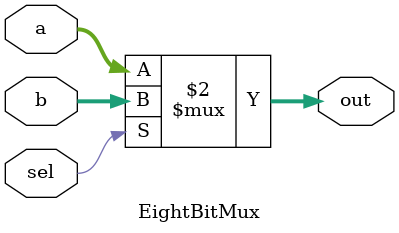
<source format=sv>
module EightBitMux (
    input  logic       sel,    // Single-bit selection input
    input  logic [7:0] a,      // 8-bit input a
    input  logic [7:0] b,      // 8-bit input b
    output logic [7:0] out     // 8-bit output
);

    // Perform bitwise selection based on the 'sel' signal.
    assign out = (sel == 1'b0) ? a : b;

endmodule
</source>
